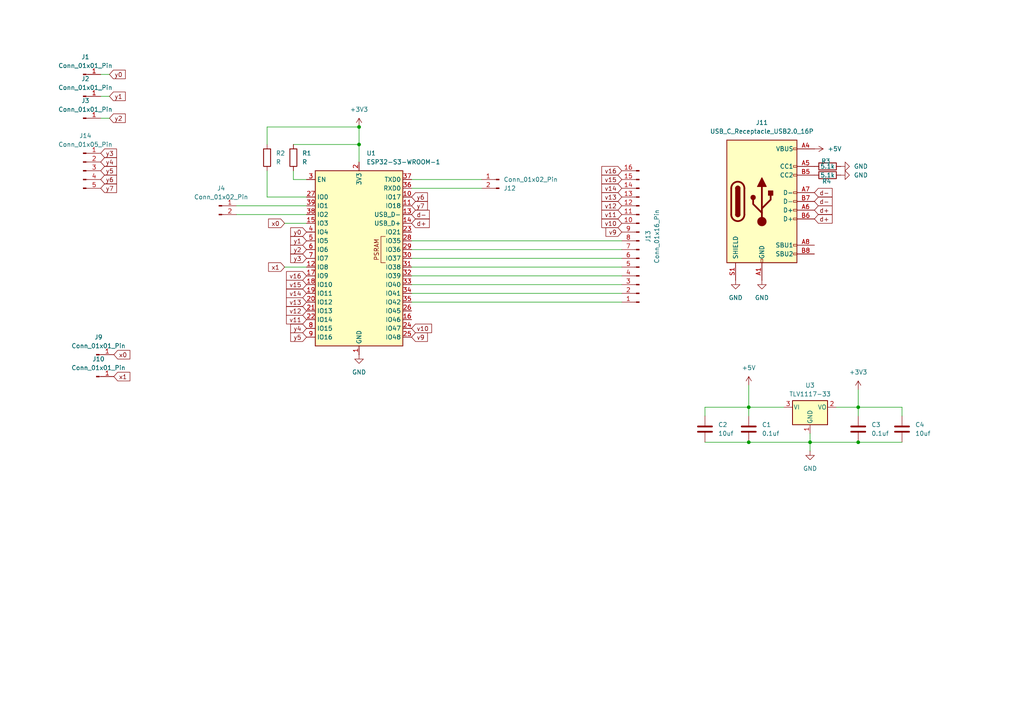
<source format=kicad_sch>
(kicad_sch (version 20250114) (generator "eeschema") (generator_version "9.0")
  (paper "A4")
  (lib_symbols
    (symbol "Connector:Conn_01x01_Pin" (pin_names (offset 1.016) (hide yes))
      (property "Reference" "J" (at 0 2.54 0))
      (property "Value" "Conn_01x01_Pin" (at 0 -2.54 0))
      (symbol "Conn_01x01_Pin_1_1"
        (rectangle (start 0.8636 0.127) (end 0 -0.127) (stroke (width 0.1524)) (fill (type outline)))
        (polyline (pts (xy 1.27 0) (xy 0.8636 0)) (stroke (width 0.1524)))
        (pin passive line (at 5.08 0 180) (length 3.81) (name "Pin_1") (number "1"))
      )
    )
    (symbol "Connector:Conn_01x02_Pin" (pin_names (offset 1.016) (hide yes))
      (property "Reference" "J" (at 0 2.54 0))
      (property "Value" "Conn_01x02_Pin" (at 0 -5.08 0))
      (symbol "Conn_01x02_Pin_1_1"
        (rectangle (start 0.8636 0.127) (end 0 -0.127) (stroke (width 0.1524)) (fill (type outline)))
        (rectangle (start 0.8636 -2.413) (end 0 -2.667) (stroke (width 0.1524)) (fill (type outline)))
        (polyline (pts (xy 1.27 0) (xy 0.8636 0)) (stroke (width 0.1524)))
        (polyline (pts (xy 1.27 -2.54) (xy 0.8636 -2.54)) (stroke (width 0.1524)))
        (pin passive line (at 5.08 0 180) (length 3.81) (name "Pin_1") (number "1"))
        (pin passive line (at 5.08 -2.54 180) (length 3.81) (name "Pin_2") (number "2"))
      )
    )
    (symbol "Connector:Conn_01x05_Pin" (pin_names (offset 1.016) (hide yes))
      (property "Reference" "J" (at 0 7.62 0))
      (property "Value" "Conn_01x05_Pin" (at 0 -7.62 0))
      (symbol "Conn_01x05_Pin_1_1"
        (rectangle (start 0.8636 5.207) (end 0 4.953) (stroke (width 0.1524)) (fill (type outline)))
        (rectangle (start 0.8636 2.667) (end 0 2.413) (stroke (width 0.1524)) (fill (type outline)))
        (rectangle (start 0.8636 0.127) (end 0 -0.127) (stroke (width 0.1524)) (fill (type outline)))
        (rectangle (start 0.8636 -2.413) (end 0 -2.667) (stroke (width 0.1524)) (fill (type outline)))
        (rectangle (start 0.8636 -4.953) (end 0 -5.207) (stroke (width 0.1524)) (fill (type outline)))
        (polyline (pts (xy 1.27 5.08) (xy 0.8636 5.08)) (stroke (width 0.1524)))
        (polyline (pts (xy 1.27 2.54) (xy 0.8636 2.54)) (stroke (width 0.1524)))
        (polyline (pts (xy 1.27 0) (xy 0.8636 0)) (stroke (width 0.1524)))
        (polyline (pts (xy 1.27 -2.54) (xy 0.8636 -2.54)) (stroke (width 0.1524)))
        (polyline (pts (xy 1.27 -5.08) (xy 0.8636 -5.08)) (stroke (width 0.1524)))
        (pin passive line (at 5.08 5.08 180) (length 3.81) (name "Pin_1") (number "1"))
        (pin passive line (at 5.08 2.54 180) (length 3.81) (name "Pin_2") (number "2"))
        (pin passive line (at 5.08 0 180) (length 3.81) (name "Pin_3") (number "3"))
        (pin passive line (at 5.08 -2.54 180) (length 3.81) (name "Pin_4") (number "4"))
        (pin passive line (at 5.08 -5.08 180) (length 3.81) (name "Pin_5") (number "5"))
      )
    )
    (symbol "Connector:Conn_01x16_Pin" (pin_names (offset 1.016) (hide yes))
      (property "Reference" "J" (at 0 20.32 0))
      (property "Value" "Conn_01x16_Pin" (at 0 -22.86 0))
      (symbol "Conn_01x16_Pin_1_1"
        (rectangle (start 0.8636 17.907) (end 0 17.653) (stroke (width 0.1524)) (fill (type outline)))
        (rectangle (start 0.8636 15.367) (end 0 15.113) (stroke (width 0.1524)) (fill (type outline)))
        (rectangle (start 0.8636 12.827) (end 0 12.573) (stroke (width 0.1524)) (fill (type outline)))
        (rectangle (start 0.8636 10.287) (end 0 10.033) (stroke (width 0.1524)) (fill (type outline)))
        (rectangle (start 0.8636 7.747) (end 0 7.493) (stroke (width 0.1524)) (fill (type outline)))
        (rectangle (start 0.8636 5.207) (end 0 4.953) (stroke (width 0.1524)) (fill (type outline)))
        (rectangle (start 0.8636 2.667) (end 0 2.413) (stroke (width 0.1524)) (fill (type outline)))
        (rectangle (start 0.8636 0.127) (end 0 -0.127) (stroke (width 0.1524)) (fill (type outline)))
        (rectangle (start 0.8636 -2.413) (end 0 -2.667) (stroke (width 0.1524)) (fill (type outline)))
        (rectangle (start 0.8636 -4.953) (end 0 -5.207) (stroke (width 0.1524)) (fill (type outline)))
        (rectangle (start 0.8636 -7.493) (end 0 -7.747) (stroke (width 0.1524)) (fill (type outline)))
        (rectangle (start 0.8636 -10.033) (end 0 -10.287) (stroke (width 0.1524)) (fill (type outline)))
        (rectangle (start 0.8636 -12.573) (end 0 -12.827) (stroke (width 0.1524)) (fill (type outline)))
        (rectangle (start 0.8636 -15.113) (end 0 -15.367) (stroke (width 0.1524)) (fill (type outline)))
        (rectangle (start 0.8636 -17.653) (end 0 -17.907) (stroke (width 0.1524)) (fill (type outline)))
        (rectangle (start 0.8636 -20.193) (end 0 -20.447) (stroke (width 0.1524)) (fill (type outline)))
        (polyline (pts (xy 1.27 17.78) (xy 0.8636 17.78)) (stroke (width 0.1524)))
        (polyline (pts (xy 1.27 15.24) (xy 0.8636 15.24)) (stroke (width 0.1524)))
        (polyline (pts (xy 1.27 12.7) (xy 0.8636 12.7)) (stroke (width 0.1524)))
        (polyline (pts (xy 1.27 10.16) (xy 0.8636 10.16)) (stroke (width 0.1524)))
        (polyline (pts (xy 1.27 7.62) (xy 0.8636 7.62)) (stroke (width 0.1524)))
        (polyline (pts (xy 1.27 5.08) (xy 0.8636 5.08)) (stroke (width 0.1524)))
        (polyline (pts (xy 1.27 2.54) (xy 0.8636 2.54)) (stroke (width 0.1524)))
        (polyline (pts (xy 1.27 0) (xy 0.8636 0)) (stroke (width 0.1524)))
        (polyline (pts (xy 1.27 -2.54) (xy 0.8636 -2.54)) (stroke (width 0.1524)))
        (polyline (pts (xy 1.27 -5.08) (xy 0.8636 -5.08)) (stroke (width 0.1524)))
        (polyline (pts (xy 1.27 -7.62) (xy 0.8636 -7.62)) (stroke (width 0.1524)))
        (polyline (pts (xy 1.27 -10.16) (xy 0.8636 -10.16)) (stroke (width 0.1524)))
        (polyline (pts (xy 1.27 -12.7) (xy 0.8636 -12.7)) (stroke (width 0.1524)))
        (polyline (pts (xy 1.27 -15.24) (xy 0.8636 -15.24)) (stroke (width 0.1524)))
        (polyline (pts (xy 1.27 -17.78) (xy 0.8636 -17.78)) (stroke (width 0.1524)))
        (polyline (pts (xy 1.27 -20.32) (xy 0.8636 -20.32)) (stroke (width 0.1524)))
        (pin passive line (at 5.08 17.78 180) (length 3.81) (name "Pin_1") (number "1"))
        (pin passive line (at 5.08 15.24 180) (length 3.81) (name "Pin_2") (number "2"))
        (pin passive line (at 5.08 12.7 180) (length 3.81) (name "Pin_3") (number "3"))
        (pin passive line (at 5.08 10.16 180) (length 3.81) (name "Pin_4") (number "4"))
        (pin passive line (at 5.08 7.62 180) (length 3.81) (name "Pin_5") (number "5"))
        (pin passive line (at 5.08 5.08 180) (length 3.81) (name "Pin_6") (number "6"))
        (pin passive line (at 5.08 2.54 180) (length 3.81) (name "Pin_7") (number "7"))
        (pin passive line (at 5.08 0 180) (length 3.81) (name "Pin_8") (number "8"))
        (pin passive line (at 5.08 -2.54 180) (length 3.81) (name "Pin_9") (number "9"))
        (pin passive line (at 5.08 -5.08 180) (length 3.81) (name "Pin_10") (number "10"))
        (pin passive line (at 5.08 -7.62 180) (length 3.81) (name "Pin_11") (number "11"))
        (pin passive line (at 5.08 -10.16 180) (length 3.81) (name "Pin_12") (number "12"))
        (pin passive line (at 5.08 -12.7 180) (length 3.81) (name "Pin_13") (number "13"))
        (pin passive line (at 5.08 -15.24 180) (length 3.81) (name "Pin_14") (number "14"))
        (pin passive line (at 5.08 -17.78 180) (length 3.81) (name "Pin_15") (number "15"))
        (pin passive line (at 5.08 -20.32 180) (length 3.81) (name "Pin_16") (number "16"))
      )
    )
    (symbol "Connector:USB_C_Receptacle_USB2.0_16P" (pin_names (offset 1.016))
      (property "Reference" "J" (at 0 22.225 0))
      (property "Value" "USB_C_Receptacle_USB2.0_16P" (at 0 19.685 0))
      (symbol "USB_C_Receptacle_USB2.0_16P_0_0"
        (rectangle (start -0.254 -17.78) (end 0.254 -16.764))
        (rectangle (start 10.16 15.494) (end 9.144 14.986))
        (rectangle (start 10.16 10.414) (end 9.144 9.906))
        (rectangle (start 10.16 7.874) (end 9.144 7.366))
        (rectangle (start 10.16 2.794) (end 9.144 2.286))
        (rectangle (start 10.16 0.254) (end 9.144 -0.254))
        (rectangle (start 10.16 -2.286) (end 9.144 -2.794))
        (rectangle (start 10.16 -4.826) (end 9.144 -5.334))
        (rectangle (start 10.16 -12.446) (end 9.144 -12.954))
        (rectangle (start 10.16 -14.986) (end 9.144 -15.494))
      )
      (symbol "USB_C_Receptacle_USB2.0_16P_0_1"
        (rectangle (start -10.16 17.78) (end 10.16 -17.78) (stroke (width 0.254)) (fill (type background)))
        (polyline (pts (xy -8.89 -3.81) (xy -8.89 3.81)) (stroke (width 0.508)))
        (rectangle (start -7.62 -3.81) (end -6.35 3.81) (stroke (width 0.254)) (fill (type outline)))
        (arc (start -7.62 3.81) (mid -6.985 4.4423) (end -6.35 3.81) (stroke (width 0.254)))
        (arc (start -7.62 3.81) (mid -6.985 4.4423) (end -6.35 3.81) (stroke (width 0.254)) (fill (type outline)))
        (arc (start -8.89 3.81) (mid -6.985 5.7067) (end -5.08 3.81) (stroke (width 0.508)))
        (arc (start -5.08 -3.81) (mid -6.985 -5.7067) (end -8.89 -3.81) (stroke (width 0.508)))
        (arc (start -6.35 -3.81) (mid -6.985 -4.4423) (end -7.62 -3.81) (stroke (width 0.254)))
        (arc (start -6.35 -3.81) (mid -6.985 -4.4423) (end -7.62 -3.81) (stroke (width 0.254)) (fill (type outline)))
        (polyline (pts (xy -5.08 3.81) (xy -5.08 -3.81)) (stroke (width 0.508)))
        (circle (center -2.54 1.143) (radius 0.635) (stroke (width 0.254)) (fill (type outline)))
        (polyline (pts (xy -1.27 4.318) (xy 0 6.858) (xy 1.27 4.318) (xy -1.27 4.318)) (stroke (width 0.254)) (fill (type outline)))
        (polyline (pts (xy 0 -2.032) (xy 2.54 0.508) (xy 2.54 1.778)) (stroke (width 0.508)))
        (polyline (pts (xy 0 -3.302) (xy -2.54 -0.762) (xy -2.54 0.508)) (stroke (width 0.508)))
        (polyline (pts (xy 0 -5.842) (xy 0 4.318)) (stroke (width 0.508)))
        (circle (center 0 -5.842) (radius 1.27) (fill (type outline)))
        (rectangle (start 1.905 1.778) (end 3.175 3.048) (stroke (width 0.254)) (fill (type outline)))
      )
      (symbol "USB_C_Receptacle_USB2.0_16P_1_1"
        (pin passive line (at -7.62 -22.86 90) (length 5.08) (name "SHIELD") (number "S1"))
        (pin passive line (at 0 -22.86 90) (length 5.08) (name "GND") (number "A1"))
        (pin passive line (at 0 -22.86 90) (length 5.08) (hide yes) (name "GND") (number "A12"))
        (pin passive line (at 0 -22.86 90) (length 5.08) (hide yes) (name "GND") (number "B1"))
        (pin passive line (at 0 -22.86 90) (length 5.08) (hide yes) (name "GND") (number "B12"))
        (pin passive line (at 15.24 15.24 180) (length 5.08) (name "VBUS") (number "A4"))
        (pin passive line (at 15.24 15.24 180) (length 5.08) (hide yes) (name "VBUS") (number "A9"))
        (pin passive line (at 15.24 15.24 180) (length 5.08) (hide yes) (name "VBUS") (number "B4"))
        (pin passive line (at 15.24 15.24 180) (length 5.08) (hide yes) (name "VBUS") (number "B9"))
        (pin bidirectional line (at 15.24 10.16 180) (length 5.08) (name "CC1") (number "A5"))
        (pin bidirectional line (at 15.24 7.62 180) (length 5.08) (name "CC2") (number "B5"))
        (pin bidirectional line (at 15.24 2.54 180) (length 5.08) (name "D-") (number "A7"))
        (pin bidirectional line (at 15.24 0 180) (length 5.08) (name "D-") (number "B7"))
        (pin bidirectional line (at 15.24 -2.54 180) (length 5.08) (name "D+") (number "A6"))
        (pin bidirectional line (at 15.24 -5.08 180) (length 5.08) (name "D+") (number "B6"))
        (pin bidirectional line (at 15.24 -12.7 180) (length 5.08) (name "SBU1") (number "A8"))
        (pin bidirectional line (at 15.24 -15.24 180) (length 5.08) (name "SBU2") (number "B8"))
      )
    )
    (symbol "Device:C" (pin_numbers (hide yes)) (pin_names (offset 0.254))
      (property "Reference" "C" (at 0.635 2.54 0))
      (property "Value" "C" (at 0.635 -2.54 0))
      (symbol "C_0_1"
        (polyline (pts (xy -2.032 0.762) (xy 2.032 0.762)) (stroke (width 0.508)))
        (polyline (pts (xy -2.032 -0.762) (xy 2.032 -0.762)) (stroke (width 0.508)))
      )
      (symbol "C_1_1"
        (pin passive line (at 0 3.81 270) (length 2.794) (name "~") (number "1"))
        (pin passive line (at 0 -3.81 90) (length 2.794) (name "~") (number "2"))
      )
    )
    (symbol "Device:R" (pin_numbers (hide yes)) (pin_names (offset 0))
      (property "Reference" "R" (at 2.032 0 90))
      (property "Value" "R" (at 0 0 90))
      (symbol "R_0_1"
        (rectangle (start -1.016 -2.54) (end 1.016 2.54) (stroke (width 0.254)))
      )
      (symbol "R_1_1"
        (pin passive line (at 0 3.81 270) (length 1.27) (name "~") (number "1"))
        (pin passive line (at 0 -3.81 90) (length 1.27) (name "~") (number "2"))
      )
    )
    (symbol "RF_Module:ESP32-S3-WROOM-1"
      (property "Reference" "U" (at -12.7 26.67 0))
      (property "Value" "ESP32-S3-WROOM-1" (at 12.7 26.67 0))
      (symbol "ESP32-S3-WROOM-1_0_0"
        (rectangle (start -12.7 25.4) (end 12.7 -25.4) (stroke (width 0.254)) (fill (type background)))
        (text "PSRAM" (at 5.08 2.54 900) (effects (font (size 1.27 1.27))))
      )
      (symbol "ESP32-S3-WROOM-1_0_1"
        (polyline (pts (xy 7.62 -1.27) (xy 6.35 -1.27) (xy 6.35 6.35) (xy 7.62 6.35)))
      )
      (symbol "ESP32-S3-WROOM-1_1_1"
        (pin input line (at -15.24 22.86 0) (length 2.54) (name "EN") (number "3"))
        (pin bidirectional line (at -15.24 17.78 0) (length 2.54) (name "IO0") (number "27"))
        (pin bidirectional line (at -15.24 15.24 0) (length 2.54) (name "IO1") (number "39"))
        (pin bidirectional line (at -15.24 12.7 0) (length 2.54) (name "IO2") (number "38"))
        (pin bidirectional line (at -15.24 10.16 0) (length 2.54) (name "IO3") (number "15"))
        (pin bidirectional line (at -15.24 7.62 0) (length 2.54) (name "IO4") (number "4"))
        (pin bidirectional line (at -15.24 5.08 0) (length 2.54) (name "IO5") (number "5"))
        (pin bidirectional line (at -15.24 2.54 0) (length 2.54) (name "IO6") (number "6"))
        (pin bidirectional line (at -15.24 0 0) (length 2.54) (name "IO7") (number "7"))
        (pin bidirectional line (at -15.24 -2.54 0) (length 2.54) (name "IO8") (number "12"))
        (pin bidirectional line (at -15.24 -5.08 0) (length 2.54) (name "IO9") (number "17"))
        (pin bidirectional line (at -15.24 -7.62 0) (length 2.54) (name "IO10") (number "18"))
        (pin bidirectional line (at -15.24 -10.16 0) (length 2.54) (name "IO11") (number "19"))
        (pin bidirectional line (at -15.24 -12.7 0) (length 2.54) (name "IO12") (number "20"))
        (pin bidirectional line (at -15.24 -15.24 0) (length 2.54) (name "IO13") (number "21"))
        (pin bidirectional line (at -15.24 -17.78 0) (length 2.54) (name "IO14") (number "22"))
        (pin bidirectional line (at -15.24 -20.32 0) (length 2.54) (name "IO15") (number "8"))
        (pin bidirectional line (at -15.24 -22.86 0) (length 2.54) (name "IO16") (number "9"))
        (pin power_in line (at 0 27.94 270) (length 2.54) (name "3V3") (number "2"))
        (pin power_in line (at 0 -27.94 90) (length 2.54) (name "GND") (number "1"))
        (pin passive line (at 0 -27.94 90) (length 2.54) (hide yes) (name "GND") (number "40"))
        (pin passive line (at 0 -27.94 90) (length 2.54) (hide yes) (name "GND") (number "41"))
        (pin bidirectional line (at 15.24 22.86 180) (length 2.54) (name "TXD0") (number "37"))
        (pin bidirectional line (at 15.24 20.32 180) (length 2.54) (name "RXD0") (number "36"))
        (pin bidirectional line (at 15.24 17.78 180) (length 2.54) (name "IO17") (number "10"))
        (pin bidirectional line (at 15.24 15.24 180) (length 2.54) (name "IO18") (number "11"))
        (pin bidirectional line (at 15.24 12.7 180) (length 2.54) (name "USB_D-") (number "13"))
        (pin bidirectional line (at 15.24 10.16 180) (length 2.54) (name "USB_D+") (number "14"))
        (pin bidirectional line (at 15.24 7.62 180) (length 2.54) (name "IO21") (number "23"))
        (pin bidirectional line (at 15.24 5.08 180) (length 2.54) (name "IO35") (number "28"))
        (pin bidirectional line (at 15.24 2.54 180) (length 2.54) (name "IO36") (number "29"))
        (pin bidirectional line (at 15.24 0 180) (length 2.54) (name "IO37") (number "30"))
        (pin bidirectional line (at 15.24 -2.54 180) (length 2.54) (name "IO38") (number "31"))
        (pin bidirectional line (at 15.24 -5.08 180) (length 2.54) (name "IO39") (number "32"))
        (pin bidirectional line (at 15.24 -7.62 180) (length 2.54) (name "IO40") (number "33"))
        (pin bidirectional line (at 15.24 -10.16 180) (length 2.54) (name "IO41") (number "34"))
        (pin bidirectional line (at 15.24 -12.7 180) (length 2.54) (name "IO42") (number "35"))
        (pin bidirectional line (at 15.24 -15.24 180) (length 2.54) (name "IO45") (number "26"))
        (pin bidirectional line (at 15.24 -17.78 180) (length 2.54) (name "IO46") (number "16"))
        (pin bidirectional line (at 15.24 -20.32 180) (length 2.54) (name "IO47") (number "24"))
        (pin bidirectional line (at 15.24 -22.86 180) (length 2.54) (name "IO48") (number "25"))
      )
    )
    (symbol "Regulator_Linear:TLV1117-33" (pin_names (offset 0.254))
      (property "Reference" "U" (at -3.81 3.175 0))
      (property "Value" "TLV1117-33" (at 0 3.175 0))
      (symbol "TLV1117-33_0_1"
        (rectangle (start -5.08 -5.08) (end 5.08 1.905) (stroke (width 0.254)) (fill (type background)))
      )
      (symbol "TLV1117-33_1_1"
        (pin power_in line (at -7.62 0 0) (length 2.54) (name "VI") (number "3"))
        (pin power_in line (at 0 -7.62 90) (length 2.54) (name "GND") (number "1"))
        (pin power_out line (at 7.62 0 180) (length 2.54) (name "VO") (number "2"))
      )
    )
    (symbol "power:+3V3" (power) (pin_numbers (hide yes)) (pin_names (offset 0) (hide yes))
      (property "Value" "+3V3" (at 0 3.556 0))
      (symbol "+3V3_0_1"
        (polyline (pts (xy -0.762 1.27) (xy 0 2.54)))
        (polyline (pts (xy 0 2.54) (xy 0.762 1.27)))
        (polyline (pts (xy 0 0) (xy 0 2.54)))
      )
      (symbol "+3V3_1_1"
        (pin power_in line (at 0 0 90) (length 0) (name "~") (number "1"))
      )
    )
    (symbol "power:+5V" (power) (pin_numbers (hide yes)) (pin_names (offset 0) (hide yes))
      (property "Value" "+5V" (at 0 3.556 0))
      (symbol "+5V_0_1"
        (polyline (pts (xy -0.762 1.27) (xy 0 2.54)))
        (polyline (pts (xy 0 2.54) (xy 0.762 1.27)))
        (polyline (pts (xy 0 0) (xy 0 2.54)))
      )
      (symbol "+5V_1_1"
        (pin power_in line (at 0 0 90) (length 0) (name "~") (number "1"))
      )
    )
    (symbol "power:GND" (power) (pin_numbers (hide yes)) (pin_names (offset 0) (hide yes))
      (property "Value" "GND" (at 0 -3.81 0))
      (symbol "GND_0_1"
        (polyline (pts (xy 0 0) (xy 0 -1.27) (xy 1.27 -1.27) (xy 0 -2.54) (xy -1.27 -1.27) (xy 0 -1.27)))
      )
      (symbol "GND_1_1"
        (pin power_in line (at 0 0 270) (length 0) (name "~") (number "1"))
      )
    )
  )
  (junction (at 217.17 118.11))
  (junction (at 248.92 118.11))
  (junction (at 234.95 128.27))
  (junction (at 248.92 128.27))
  (junction (at 217.17 128.27))
  (junction (at 104.14 41.91))
  (junction (at 104.14 36.83))
  (wire (pts (xy 119.38 80.01) (xy 180.34 80.01)))
  (wire (pts (xy 85.09 52.07) (xy 85.09 49.53)))
  (wire (pts (xy 68.58 62.23) (xy 88.9 62.23)))
  (wire (pts (xy 82.55 64.77) (xy 88.9 64.77)))
  (wire (pts (xy 119.38 82.55) (xy 180.34 82.55)))
  (wire (pts (xy 234.95 128.27) (xy 234.95 125.73)))
  (wire (pts (xy 119.38 52.07) (xy 139.7 52.07)))
  (wire (pts (xy 119.38 87.63) (xy 180.34 87.63)))
  (wire (pts (xy 119.38 74.93) (xy 180.34 74.93)))
  (wire (pts (xy 119.38 54.61) (xy 139.7 54.61)))
  (wire (pts (xy 119.38 72.39) (xy 180.34 72.39)))
  (wire (pts (xy 104.14 36.83) (xy 104.14 41.91)))
  (wire (pts (xy 29.21 27.94) (xy 31.75 27.94)))
  (wire (pts (xy 242.57 118.11) (xy 248.92 118.11)))
  (wire (pts (xy 119.38 69.85) (xy 180.34 69.85)))
  (wire (pts (xy 119.38 77.47) (xy 180.34 77.47)))
  (wire (pts (xy 217.17 118.11) (xy 217.17 120.65)))
  (wire (pts (xy 204.47 128.27) (xy 217.17 128.27)))
  (wire (pts (xy 261.62 120.65) (xy 261.62 118.11)))
  (wire (pts (xy 29.21 21.59) (xy 31.75 21.59)))
  (wire (pts (xy 248.92 128.27) (xy 261.62 128.27)))
  (wire (pts (xy 85.09 41.91) (xy 104.14 41.91)))
  (wire (pts (xy 77.47 49.53) (xy 77.47 57.15)))
  (wire (pts (xy 204.47 118.11) (xy 204.47 120.65)))
  (wire (pts (xy 248.92 118.11) (xy 248.92 113.03)))
  (wire (pts (xy 217.17 128.27) (xy 234.95 128.27)))
  (wire (pts (xy 217.17 118.11) (xy 217.17 111.76)))
  (wire (pts (xy 88.9 52.07) (xy 85.09 52.07)))
  (wire (pts (xy 234.95 130.81) (xy 234.95 128.27)))
  (wire (pts (xy 234.95 128.27) (xy 248.92 128.27)))
  (wire (pts (xy 119.38 85.09) (xy 180.34 85.09)))
  (wire (pts (xy 204.47 118.11) (xy 217.17 118.11)))
  (wire (pts (xy 77.47 36.83) (xy 104.14 36.83)))
  (wire (pts (xy 68.58 59.69) (xy 88.9 59.69)))
  (wire (pts (xy 248.92 118.11) (xy 261.62 118.11)))
  (wire (pts (xy 77.47 57.15) (xy 88.9 57.15)))
  (wire (pts (xy 227.33 118.11) (xy 217.17 118.11)))
  (wire (pts (xy 29.21 34.29) (xy 31.75 34.29)))
  (wire (pts (xy 248.92 120.65) (xy 248.92 118.11)))
  (wire (pts (xy 104.14 41.91) (xy 104.14 46.99)))
  (wire (pts (xy 77.47 41.91) (xy 77.47 36.83)))
  (wire (pts (xy 82.55 77.47) (xy 88.9 77.47)))
  (global_label "y0" (shape input) (at 31.75 21.59 0) (property "Intersheetrefs" "${INTERSHEET_REFS}" (effects (hide yes))))
  (global_label "y1" (shape input) (at 88.9 69.85 180) (property "Intersheetrefs" "${INTERSHEET_REFS}" (effects (hide yes))))
  (global_label "d+" (shape input) (at 236.22 63.5 0) (property "Intersheetrefs" "${INTERSHEET_REFS}" (effects (hide yes))))
  (global_label "y6" (shape input) (at 29.21 52.07 0) (property "Intersheetrefs" "${INTERSHEET_REFS}" (effects (hide yes))))
  (global_label "y7" (shape input) (at 29.21 54.61 0) (property "Intersheetrefs" "${INTERSHEET_REFS}" (effects (hide yes))))
  (global_label "d+" (shape input) (at 119.38 64.77 0) (property "Intersheetrefs" "${INTERSHEET_REFS}" (effects (hide yes))))
  (global_label "x0" (shape input) (at 33.02 102.87 0) (property "Intersheetrefs" "${INTERSHEET_REFS}" (effects (hide yes))))
  (global_label "d-" (shape input) (at 236.22 58.42 0) (property "Intersheetrefs" "${INTERSHEET_REFS}" (effects (hide yes))))
  (global_label "d-" (shape input) (at 119.38 62.23 0) (property "Intersheetrefs" "${INTERSHEET_REFS}" (effects (hide yes))))
  (global_label "x1" (shape input) (at 82.55 77.47 180) (property "Intersheetrefs" "${INTERSHEET_REFS}" (effects (hide yes))))
  (global_label "v12" (shape input) (at 88.9 90.17 180) (property "Intersheetrefs" "${INTERSHEET_REFS}" (effects (hide yes))))
  (global_label "y5" (shape input) (at 29.21 49.53 0) (property "Intersheetrefs" "${INTERSHEET_REFS}" (effects (hide yes))))
  (global_label "v10" (shape input) (at 119.38 95.25 0) (property "Intersheetrefs" "${INTERSHEET_REFS}" (effects (hide yes))))
  (global_label "y4" (shape input) (at 29.21 46.99 0) (property "Intersheetrefs" "${INTERSHEET_REFS}" (effects (hide yes))))
  (global_label "y3" (shape input) (at 29.21 44.45 0) (property "Intersheetrefs" "${INTERSHEET_REFS}" (effects (hide yes))))
  (global_label "y1" (shape input) (at 31.75 27.94 0) (property "Intersheetrefs" "${INTERSHEET_REFS}" (effects (hide yes))))
  (global_label "x1" (shape input) (at 33.02 109.22 0) (property "Intersheetrefs" "${INTERSHEET_REFS}" (effects (hide yes))))
  (global_label "y4" (shape input) (at 88.9 95.25 180) (property "Intersheetrefs" "${INTERSHEET_REFS}" (effects (hide yes))))
  (global_label "d+" (shape input) (at 236.22 60.96 0) (property "Intersheetrefs" "${INTERSHEET_REFS}" (effects (hide yes))))
  (global_label "v10" (shape input) (at 180.34 64.77 180) (property "Intersheetrefs" "${INTERSHEET_REFS}" (effects (hide yes))))
  (global_label "v15" (shape input) (at 180.34 52.07 180) (property "Intersheetrefs" "${INTERSHEET_REFS}" (effects (hide yes))))
  (global_label "v11" (shape input) (at 180.34 62.23 180) (property "Intersheetrefs" "${INTERSHEET_REFS}" (effects (hide yes))))
  (global_label "v12" (shape input) (at 180.34 59.69 180) (property "Intersheetrefs" "${INTERSHEET_REFS}" (effects (hide yes))))
  (global_label "y3" (shape input) (at 88.9 74.93 180) (property "Intersheetrefs" "${INTERSHEET_REFS}" (effects (hide yes))))
  (global_label "y0" (shape input) (at 88.9 67.31 180) (property "Intersheetrefs" "${INTERSHEET_REFS}" (effects (hide yes))))
  (global_label "v16" (shape input) (at 88.9 80.01 180) (property "Intersheetrefs" "${INTERSHEET_REFS}" (effects (hide yes))))
  (global_label "v15" (shape input) (at 88.9 82.55 180) (property "Intersheetrefs" "${INTERSHEET_REFS}" (effects (hide yes))))
  (global_label "v9" (shape input) (at 119.38 97.79 0) (property "Intersheetrefs" "${INTERSHEET_REFS}" (effects (hide yes))))
  (global_label "y2" (shape input) (at 31.75 34.29 0) (property "Intersheetrefs" "${INTERSHEET_REFS}" (effects (hide yes))))
  (global_label "x0" (shape input) (at 82.55 64.77 180) (property "Intersheetrefs" "${INTERSHEET_REFS}" (effects (hide yes))))
  (global_label "y2" (shape input) (at 88.9 72.39 180) (property "Intersheetrefs" "${INTERSHEET_REFS}" (effects (hide yes))))
  (global_label "v13" (shape input) (at 180.34 57.15 180) (property "Intersheetrefs" "${INTERSHEET_REFS}" (effects (hide yes))))
  (global_label "y5" (shape input) (at 88.9 97.79 180) (property "Intersheetrefs" "${INTERSHEET_REFS}" (effects (hide yes))))
  (global_label "v16" (shape input) (at 180.34 49.53 180) (property "Intersheetrefs" "${INTERSHEET_REFS}" (effects (hide yes))))
  (global_label "v14" (shape input) (at 88.9 85.09 180) (property "Intersheetrefs" "${INTERSHEET_REFS}" (effects (hide yes))))
  (global_label "y7" (shape input) (at 119.38 59.69 0) (property "Intersheetrefs" "${INTERSHEET_REFS}" (effects (hide yes))))
  (global_label "v9" (shape input) (at 180.34 67.31 180) (property "Intersheetrefs" "${INTERSHEET_REFS}" (effects (hide yes))))
  (global_label "d-" (shape input) (at 236.22 55.88 0) (property "Intersheetrefs" "${INTERSHEET_REFS}" (effects (hide yes))))
  (global_label "y6" (shape input) (at 119.38 57.15 0) (property "Intersheetrefs" "${INTERSHEET_REFS}" (effects (hide yes))))
  (global_label "v13" (shape input) (at 88.9 87.63 180) (property "Intersheetrefs" "${INTERSHEET_REFS}" (effects (hide yes))))
  (global_label "v14" (shape input) (at 180.34 54.61 180) (property "Intersheetrefs" "${INTERSHEET_REFS}" (effects (hide yes))))
  (global_label "v11" (shape input) (at 88.9 92.71 180) (property "Intersheetrefs" "${INTERSHEET_REFS}" (effects (hide yes))))
  (symbol (lib_id "Connector:Conn_01x01_Pin") (at 24.13 27.94 0) (unit 1)
    (property "Reference" "J2" (at 24.765 22.86 0))
    (property "Value" "Conn_01x01_Pin" (at 24.765 25.4 0))
    (property "Footprint" "Connector_PinHeader_2.54mm:PinHeader_1x01_P2.54mm_Vertical" (effects (hide yes)))
    (property "Description" "Generic connector, single row, 01x01, script generated" (effects (hide yes)))
  )
  (symbol (lib_id "power:GND") (at 213.36 81.28 0) (unit 1)
    (property "Reference" "#PWR02" (effects (hide yes)))
    (property "Value" "GND" (at 213.36 86.36 0))
    (property "Description" "Power symbol creates a global label with name \"GND\" , ground" (effects (hide yes)))
  )
  (symbol (lib_id "Device:C") (at 204.47 124.46 0) (unit 1)
    (property "Reference" "C2" (at 208.28 123.1899 0) (effects (justify left)))
    (property "Value" "10uf" (at 208.28 125.7299 0) (effects (justify left)))
    (property "Footprint" "Capacitor_SMD:C_0805_2012Metric" (effects (hide yes)))
    (property "Description" "Unpolarized capacitor" (effects (hide yes)))
  )
  (symbol (lib_id "Device:R") (at 85.09 45.72 0) (unit 1)
    (property "Reference" "R1" (at 87.63 44.4499 0) (effects (justify left)))
    (property "Value" "R" (at 87.63 46.9899 0) (effects (justify left)))
    (property "Footprint" "Resistor_SMD:R_0805_2012Metric" (effects (hide yes)))
    (property "Description" "Resistor" (effects (hide yes)))
  )
  (symbol (lib_id "Connector:Conn_01x05_Pin") (at 24.13 49.53 0) (unit 1)
    (property "Reference" "J14" (at 24.765 39.37 0))
    (property "Value" "Conn_01x05_Pin" (at 24.765 41.91 0))
    (property "Footprint" "Connector_PinHeader_2.54mm:PinHeader_1x05_P2.54mm_Vertical" (effects (hide yes)))
    (property "Description" "Generic connector, single row, 01x05, script generated" (effects (hide yes)))
  )
  (symbol (lib_id "power:+5V") (at 236.22 43.18 270) (unit 1)
    (property "Reference" "#PWR08" (effects (hide yes)))
    (property "Value" "+5V" (at 240.03 43.1799 90) (effects (justify left)))
    (property "Description" "Power symbol creates a global label with name \"+5V\"" (effects (hide yes)))
  )
  (symbol (lib_id "power:GND") (at 234.95 130.81 0) (unit 1)
    (property "Reference" "#PWR05" (effects (hide yes)))
    (property "Value" "GND" (at 234.95 135.89 0))
    (property "Description" "Power symbol creates a global label with name \"GND\" , ground" (effects (hide yes)))
  )
  (symbol (lib_id "Device:C") (at 248.92 124.46 0) (unit 1)
    (property "Reference" "C3" (at 252.73 123.1899 0) (effects (justify left)))
    (property "Value" "0.1uf" (at 252.73 125.7299 0) (effects (justify left)))
    (property "Footprint" "Capacitor_SMD:C_0603_1608Metric" (effects (hide yes)))
    (property "Description" "Unpolarized capacitor" (effects (hide yes)))
  )
  (symbol (lib_id "Device:C") (at 217.17 124.46 0) (unit 1)
    (property "Reference" "C1" (at 220.98 123.1899 0) (effects (justify left)))
    (property "Value" "0.1uf" (at 220.98 125.7299 0) (effects (justify left)))
    (property "Footprint" "Capacitor_SMD:C_0603_1608Metric" (effects (hide yes)))
    (property "Description" "Unpolarized capacitor" (effects (hide yes)))
  )
  (symbol (lib_id "Connector:Conn_01x16_Pin") (at 185.42 69.85 180) (unit 1)
    (property "Reference" "J13" (at 187.96 68.58 90))
    (property "Value" "Conn_01x16_Pin" (at 190.5 68.58 90))
    (property "Footprint" "Connector_PinHeader_2.54mm:PinHeader_1x16_P2.54mm_Vertical" (effects (hide yes)))
    (property "Description" "Generic connector, single row, 01x16, script generated" (effects (hide yes)))
  )
  (symbol (lib_id "Connector:Conn_01x01_Pin") (at 27.94 109.22 0) (unit 1)
    (property "Reference" "J10" (at 28.575 104.14 0))
    (property "Value" "Conn_01x01_Pin" (at 28.575 106.68 0))
    (property "Footprint" "Connector_PinHeader_2.54mm:PinHeader_1x01_P2.54mm_Vertical" (effects (hide yes)))
    (property "Description" "Generic connector, single row, 01x01, script generated" (effects (hide yes)))
  )
  (symbol (lib_id "Device:R") (at 240.03 48.26 90) (unit 1)
    (property "Reference" "R3" (at 239.522 46.736 90))
    (property "Value" "5.1k" (at 240.03 48.26 90))
    (property "Footprint" "Resistor_SMD:R_0805_2012Metric" (effects (hide yes)))
    (property "Description" "Resistor" (effects (hide yes)))
  )
  (symbol (lib_id "Connector:Conn_01x01_Pin") (at 24.13 34.29 0) (unit 1)
    (property "Reference" "J3" (at 24.765 29.21 0))
    (property "Value" "Conn_01x01_Pin" (at 24.765 31.75 0))
    (property "Footprint" "Connector_PinHeader_2.54mm:PinHeader_1x01_P2.54mm_Vertical" (effects (hide yes)))
    (property "Description" "Generic connector, single row, 01x01, script generated" (effects (hide yes)))
  )
  (symbol (lib_id "Device:R") (at 240.03 50.8 90) (unit 1)
    (property "Reference" "R4" (at 239.776 52.578 90))
    (property "Value" "5.1k" (at 240.03 50.8 90))
    (property "Footprint" "Resistor_SMD:R_0805_2012Metric" (effects (hide yes)))
    (property "Description" "Resistor" (effects (hide yes)))
  )
  (symbol (lib_id "power:+5V") (at 217.17 111.76 0) (unit 1)
    (property "Reference" "#PWR04" (effects (hide yes)))
    (property "Value" "+5V" (at 217.17 106.68 0))
    (property "Description" "Power symbol creates a global label with name \"+5V\"" (effects (hide yes)))
  )
  (symbol (lib_id "Device:C") (at 261.62 124.46 0) (unit 1)
    (property "Reference" "C4" (at 265.43 123.1899 0) (effects (justify left)))
    (property "Value" "10uf" (at 265.43 125.7299 0) (effects (justify left)))
    (property "Footprint" "Capacitor_SMD:C_0805_2012Metric" (effects (hide yes)))
    (property "Description" "Unpolarized capacitor" (effects (hide yes)))
  )
  (symbol (lib_id "RF_Module:ESP32-S3-WROOM-1") (at 104.14 74.93 0) (unit 1)
    (property "Reference" "U1" (at 106.2833 44.45 0) (effects (justify left)))
    (property "Value" "ESP32-S3-WROOM-1" (at 106.2833 46.99 0) (effects (justify left)))
    (property "Footprint" "RF_Module:ESP32-S3-WROOM-1" (effects (hide yes)))
    (property "Datasheet" "https://www.espressif.com/sites/default/files/documentation/esp32-s3-wroom-1_wroom-1u_datasheet_en.pdf" (effects (hide yes)))
    (property "Description" "RF Module, ESP32-S3 SoC, Wi-Fi 802.11b/g/n, Bluetooth, BLE, 32-bit, 3.3V, onboard antenna, SMD" (effects (hide yes)))
  )
  (symbol (lib_id "power:GND") (at 104.14 102.87 0) (unit 1)
    (property "Reference" "#PWR01" (effects (hide yes)))
    (property "Value" "GND" (at 104.14 107.95 0))
    (property "Description" "Power symbol creates a global label with name \"GND\" , ground" (effects (hide yes)))
  )
  (symbol (lib_id "Device:R") (at 77.47 45.72 0) (unit 1)
    (property "Reference" "R2" (at 80.01 44.4499 0) (effects (justify left)))
    (property "Value" "R" (at 80.01 46.9899 0) (effects (justify left)))
    (property "Footprint" "Resistor_SMD:R_0805_2012Metric" (effects (hide yes)))
    (property "Description" "Resistor" (effects (hide yes)))
  )
  (symbol (lib_id "power:+3V3") (at 248.92 113.03 0) (unit 1)
    (property "Reference" "#PWR07" (effects (hide yes)))
    (property "Value" "+3V3" (at 248.92 107.95 0))
    (property "Description" "Power symbol creates a global label with name \"+3V3\"" (effects (hide yes)))
  )
  (symbol (lib_id "power:GND") (at 243.84 48.26 90) (unit 1)
    (property "Reference" "#PWR09" (effects (hide yes)))
    (property "Value" "GND" (at 247.65 48.2599 90) (effects (justify right)))
    (property "Description" "Power symbol creates a global label with name \"GND\" , ground" (effects (hide yes)))
  )
  (symbol (lib_id "power:GND") (at 243.84 50.8 90) (unit 1)
    (property "Reference" "#PWR010" (effects (hide yes)))
    (property "Value" "GND" (at 247.65 50.7999 90) (effects (justify right)))
    (property "Description" "Power symbol creates a global label with name \"GND\" , ground" (effects (hide yes)))
  )
  (symbol (lib_id "Regulator_Linear:TLV1117-33") (at 234.95 118.11 0) (unit 1)
    (property "Reference" "U3" (at 234.95 111.76 0))
    (property "Value" "TLV1117-33" (at 234.95 114.3 0))
    (property "Footprint" "Package_TO_SOT_SMD:SOT-223" (effects (hide yes)))
    (property "Datasheet" "http://www.ti.com/lit/ds/symlink/tlv1117.pdf" (effects (hide yes)))
    (property "Description" "800mA Low-Dropout Linear Regulator, 3.3V fixed output, TO-220/TO-252/TO-263/SOT-223" (effects (hide yes)))
  )
  (symbol (lib_id "power:GND") (at 220.98 81.28 0) (unit 1)
    (property "Reference" "#PWR03" (effects (hide yes)))
    (property "Value" "GND" (at 220.98 86.36 0))
    (property "Description" "Power symbol creates a global label with name \"GND\" , ground" (effects (hide yes)))
  )
  (symbol (lib_id "Connector:Conn_01x02_Pin") (at 144.78 52.07 0) (mirror y) (unit 1)
    (property "Reference" "J12" (at 146.05 54.6101 0) (effects (justify right)))
    (property "Value" "Conn_01x02_Pin" (at 146.05 52.0701 0) (effects (justify right)))
    (property "Footprint" "Connector_PinHeader_2.54mm:PinHeader_1x02_P2.54mm_Vertical" (effects (hide yes)))
    (property "Description" "Generic connector, single row, 01x02, script generated" (effects (hide yes)))
  )
  (symbol (lib_id "Connector:Conn_01x01_Pin") (at 24.13 21.59 0) (unit 1)
    (property "Reference" "J1" (at 24.765 16.51 0))
    (property "Value" "Conn_01x01_Pin" (at 24.765 19.05 0))
    (property "Footprint" "Connector_PinHeader_2.54mm:PinHeader_1x01_P2.54mm_Vertical" (effects (hide yes)))
    (property "Description" "Generic connector, single row, 01x01, script generated" (effects (hide yes)))
  )
  (symbol (lib_id "power:+3V3") (at 104.14 36.83 0) (unit 1)
    (property "Reference" "#PWR06" (effects (hide yes)))
    (property "Value" "+3V3" (at 104.14 31.75 0))
    (property "Description" "Power symbol creates a global label with name \"+3V3\"" (effects (hide yes)))
  )
  (symbol (lib_id "Connector:Conn_01x02_Pin") (at 63.5 59.69 0) (unit 1)
    (property "Reference" "J4" (at 64.135 54.61 0))
    (property "Value" "Conn_01x02_Pin" (at 64.135 57.15 0))
    (property "Footprint" "Connector_PinHeader_2.54mm:PinHeader_1x02_P2.54mm_Vertical" (effects (hide yes)))
    (property "Description" "Generic connector, single row, 01x02, script generated" (effects (hide yes)))
  )
  (symbol (lib_id "Connector:Conn_01x01_Pin") (at 27.94 102.87 0) (unit 1)
    (property "Reference" "J9" (at 28.575 97.79 0))
    (property "Value" "Conn_01x01_Pin" (at 28.575 100.33 0))
    (property "Footprint" "Connector_PinHeader_2.54mm:PinHeader_1x01_P2.54mm_Vertical" (effects (hide yes)))
    (property "Description" "Generic connector, single row, 01x01, script generated" (effects (hide yes)))
  )
  (symbol (lib_id "Connector:USB_C_Receptacle_USB2.0_16P") (at 220.98 58.42 0) (unit 1)
    (property "Reference" "J11" (at 220.98 35.56 0))
    (property "Value" "USB_C_Receptacle_USB2.0_16P" (at 220.98 38.1 0))
    (property "Footprint" "Connector_USB:USB_C_Receptacle_XKB_U262-16XN-4BVC11" (effects (hide yes)))
    (property "Datasheet" "https://www.usb.org/sites/default/files/documents/usb_type-c.zip" (effects (hide yes)))
    (property "Description" "USB 2.0-only 16P Type-C Receptacle connector" (effects (hide yes)))
  )
)
</source>
